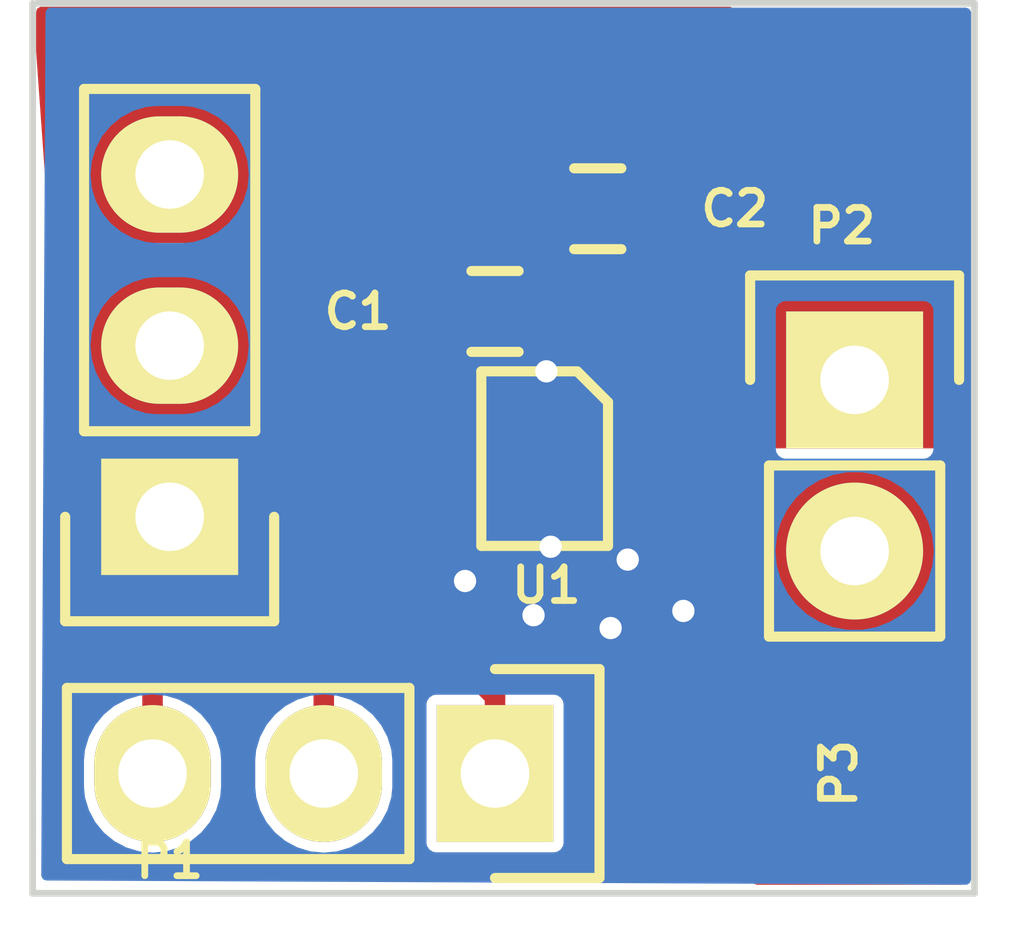
<source format=kicad_pcb>
(kicad_pcb (version 20221018) (generator pcbnew)
  (layers (0 "F.Cu" signal) (31 "B.Cu" signal) (34 "B.Paste" user) (35 "F.Paste" user) (36 "B.SilkS" user "B.Silkscreen") (37 "F.SilkS" user "F.Silkscreen") (38 "B.Mask" user) (39 "F.Mask" user) (44 "Edge.Cuts" user))
  (net 0 "")
  (net 1 "GND")
  (net 2 "/VM")
  (net 3 "/nSleep")
  (net 4 "/IN2")
  (net 5 "/IN1")
  (net 6 "/VIN")
  (net 7 "/OUT1")
  (net 8 "/OUT2")
  (footprint "Pin_Headers:Pin_Header_Straight_1x02" (layer "F.Cu") (at 141.986 105.41)
    (fp_text reference "P2" (at -0.1905 -2.286) (layer "F.SilkS") (effects (font (size 0.5 0.5) (thickness 0.1))))
    (fp_text value "CONN_01X02")
    (fp_line (start -1.55 -1.55) (end 1.55 -1.55) (stroke (width 0.15)) (layer "F.SilkS"))
    (fp_line (start -1.55 0) (end -1.55 -1.55) (stroke (width 0.15)) (layer "F.SilkS"))
    (fp_line (start -1.27 1.27) (end -1.27 3.81) (stroke (width 0.15)) (layer "F.SilkS"))
    (fp_line (start -1.27 3.81) (end 1.27 3.81) (stroke (width 0.15)) (layer "F.SilkS"))
    (fp_line (start 1.27 1.27) (end -1.27 1.27) (stroke (width 0.15)) (layer "F.SilkS"))
    (fp_line (start 1.27 1.27) (end 1.27 3.81) (stroke (width 0.15)) (layer "F.SilkS"))
    (fp_line (start 1.55 -1.55) (end 1.55 0) (stroke (width 0.15)) (layer "F.SilkS"))
    (pad "1" thru_hole rect (at 0 0) (size 2.032 2.032) (drill 1.016) (layers "*.Cu" "*.Mask" "F.SilkS") (net 7 "/OUT1"))
    (pad "2" thru_hole oval (at 0 2.54) (size 2.032 2.032) (drill 1.016) (layers "*.Cu" "*.Mask" "F.SilkS") (net 8 "/OUT2"))
  )
  (footprint "GoGoGo:PWSON-N8" (layer "F.Cu") (at 137.414 106.553 -90)
    (fp_text reference "U1" (at 1.905 0 180) (layer "F.SilkS") (effects (font (size 0.5 0.5) (thickness 0.1))))
    (fp_text value "DRV8837DSGR" hide)
    (fp_line (start -1.27 -0.4572) (end -1.27 0.9652) (stroke (width 0.15)) (layer "F.SilkS"))
    (fp_line (start -1.27 -0.4572) (end -0.8128 -0.9144) (stroke (width 0.15)) (layer "F.SilkS"))
    (fp_line (start -0.8128 -0.9144) (end 1.3208 -0.9144) (stroke (width 0.15)) (layer "F.SilkS"))
    (fp_line (start 1.3208 -0.9144) (end 1.3208 0.9652) (stroke (width 0.15)) (layer "F.SilkS"))
    (fp_line (start 1.3208 0.9652) (end -1.27 0.9652) (stroke (width 0.15)) (layer "F.SilkS"))
    (pad "1" smd rect (at -0.75 -0.95 270) (size 0.28 0.5) (layers "F.Cu" "F.Paste" "F.Mask") (net 2 "/VM"))
    (pad "2" smd rect (at -0.25 -0.95 270) (size 0.28 0.5) (layers "F.Cu" "F.Paste" "F.Mask") (net 7 "/OUT1"))
    (pad "3" smd rect (at 0.25 -0.95 270) (size 0.28 0.5) (layers "F.Cu" "F.Paste" "F.Mask") (net 8 "/OUT2"))
    (pad "4" smd rect (at 0 0 270) (size 1.6 0.9) (layers "F.Cu" "F.Paste" "F.Mask") (net 1 "GND"))
    (pad "4" smd rect (at 0.75 -0.95 270) (size 0.28 0.5) (layers "F.Cu" "F.Paste" "F.Mask") (net 1 "GND"))
    (pad "5" smd rect (at 0.75 0.95 270) (size 0.28 0.5) (layers "F.Cu" "F.Paste" "F.Mask") (net 4 "/IN2"))
    (pad "6" smd rect (at 0.25 0.95 270) (size 0.28 0.5) (layers "F.Cu" "F.Paste" "F.Mask") (net 5 "/IN1"))
    (pad "7" smd rect (at -0.25 0.95 270) (size 0.28 0.5) (layers "F.Cu" "F.Paste" "F.Mask") (net 3 "/nSleep"))
    (pad "8" smd rect (at -0.75 0.95 270) (size 0.28 0.5) (layers "F.Cu" "F.Paste" "F.Mask") (net 6 "/VIN"))
  )
  (footprint "Capacitors_SMD:C_0603" (layer "F.Cu") (at 136.652 104.394)
    (fp_text reference "C1" (at -2.032 0) (layer "F.SilkS") (effects (font (size 0.5 0.5) (thickness 0.1))))
    (fp_text value "C")
    (fp_line (start -0.35 -0.6) (end 0.35 -0.6) (stroke (width 0.15)) (layer "F.SilkS"))
    (fp_line (start 0.35 0.6) (end -0.35 0.6) (stroke (width 0.15)) (layer "F.SilkS"))
    (pad "1" smd rect (at -0.75 0) (size 0.8 0.75) (layers "F.Cu" "F.Paste" "F.Mask") (net 6 "/VIN"))
    (pad "2" smd rect (at 0.75 0) (size 0.8 0.75) (layers "F.Cu" "F.Paste" "F.Mask") (net 1 "GND"))
  )
  (footprint "Capacitors_SMD:C_0603" (layer "F.Cu") (at 138.176 102.87 180)
    (fp_text reference "C2" (at -2.032 0 180) (layer "F.SilkS") (effects (font (size 0.5 0.5) (thickness 0.1))))
    (fp_text value "C")
    (fp_line (start -0.35 -0.6) (end 0.35 -0.6) (stroke (width 0.15)) (layer "F.SilkS"))
    (fp_line (start 0.35 0.6) (end -0.35 0.6) (stroke (width 0.15)) (layer "F.SilkS"))
    (pad "1" smd rect (at -0.75 0 180) (size 0.8 0.75) (layers "F.Cu" "F.Paste" "F.Mask") (net 2 "/VM"))
    (pad "2" smd rect (at 0.75 0 180) (size 0.8 0.75) (layers "F.Cu" "F.Paste" "F.Mask") (net 1 "GND"))
  )
  (footprint "Pin_Headers:Pin_Header_Straight_1x03" (layer "F.Cu") (at 131.826 107.442 180)
    (fp_text reference "P1" (at 0 -5.1 180) (layer "F.SilkS") (effects (font (size 0.5 0.5) (thickness 0.1))))
    (fp_text value "CONN_01X03")
    (fp_line (start -1.55 -1.55) (end 1.55 -1.55) (stroke (width 0.15)) (layer "F.SilkS"))
    (fp_line (start -1.55 0) (end -1.55 -1.55) (stroke (width 0.15)) (layer "F.SilkS"))
    (fp_line (start -1.27 1.27) (end -1.27 6.35) (stroke (width 0.15)) (layer "F.SilkS"))
    (fp_line (start -1.27 6.35) (end 1.27 6.35) (stroke (width 0.15)) (layer "F.SilkS"))
    (fp_line (start 1.27 1.27) (end -1.27 1.27) (stroke (width 0.15)) (layer "F.SilkS"))
    (fp_line (start 1.27 6.35) (end 1.27 1.27) (stroke (width 0.15)) (layer "F.SilkS"))
    (fp_line (start 1.55 -1.55) (end 1.55 0) (stroke (width 0.15)) (layer "F.SilkS"))
    (pad "1" thru_hole rect (at 0 0 180) (size 2.032 1.7272) (drill 1.016) (layers "*.Cu" "*.Mask" "F.SilkS") (net 1 "GND"))
    (pad "2" thru_hole oval (at 0 2.54 180) (size 2.032 1.7272) (drill 1.016) (layers "*.Cu" "*.Mask" "F.SilkS") (net 6 "/VIN"))
    (pad "3" thru_hole oval (at 0 5.08 180) (size 2.032 1.7272) (drill 1.016) (layers "*.Cu" "*.Mask" "F.SilkS") (net 2 "/VM"))
  )
  (footprint "Pin_Headers:Pin_Header_Straight_1x03" (layer "F.Cu") (at 136.652 111.252 -90)
    (fp_text reference "P3" (at 0 -5.1 270) (layer "F.SilkS") (effects (font (size 0.5 0.5) (thickness 0.1))))
    (fp_text value "CONN_01X03")
    (fp_line (start -1.55 -1.55) (end 1.55 -1.55) (stroke (width 0.15)) (layer "F.SilkS"))
    (fp_line (start -1.55 0) (end -1.55 -1.55) (stroke (width 0.15)) (layer "F.SilkS"))
    (fp_line (start -1.27 1.27) (end -1.27 6.35) (stroke (width 0.15)) (layer "F.SilkS"))
    (fp_line (start -1.27 6.35) (end 1.27 6.35) (stroke (width 0.15)) (layer "F.SilkS"))
    (fp_line (start 1.27 1.27) (end -1.27 1.27) (stroke (width 0.15)) (layer "F.SilkS"))
    (fp_line (start 1.27 6.35) (end 1.27 1.27) (stroke (width 0.15)) (layer "F.SilkS"))
    (fp_line (start 1.55 -1.55) (end 1.55 0) (stroke (width 0.15)) (layer "F.SilkS"))
    (pad "1" thru_hole rect (at 0 0 270) (size 2.032 1.7272) (drill 1.016) (layers "*.Cu" "*.Mask" "F.SilkS") (net 4 "/IN2"))
    (pad "2" thru_hole oval (at 0 2.54 270) (size 2.032 1.7272) (drill 1.016) (layers "*.Cu" "*.Mask" "F.SilkS") (net 5 "/IN1"))
    (pad "3" thru_hole oval (at 0 5.08 270) (size 2.032 1.7272) (drill 1.016) (layers "*.Cu" "*.Mask" "F.SilkS") (net 3 "/nSleep"))
  )
  (gr_line (start 143.764 113.03) (end 129.794 113.03) (stroke (width 0.1)) (layer "Edge.Cuts"))
  (gr_line (start 129.8575 99.822) (end 143.764 99.822) (stroke (width 0.1)) (layer "Edge.Cuts"))
  (gr_line (start 143.764 99.8855) (end 143.764 113.03) (stroke (width 0.1)) (layer "Edge.Cuts"))
  (gr_line (start 143.764 99.822) (end 143.764 99.8855) (stroke (width 0.1)) (layer "Edge.Cuts"))
  (gr_line (start 129.794 113.03) (end 129.794 99.822) (stroke (width 0.1)) (layer "Edge.Cuts"))
  (segment (start 137.148 105.017) (end 137.414 105.283) (width 0.1524) (layer "F.Cu") (net 1))
  (segment (start 137.4775 107.8865) (end 137.668 108.077) (width 0.1524) (layer "F.Cu") (net 1))
  (segment (start 137.668 108.077) (end 138.6205 108.077) (width 0.1524) (layer "F.Cu") (net 1))
  (segment (start 139.446 108.839) (end 139.192 109.093) (width 0.1524) (layer "F.Cu") (net 1))
  (segment (start 139.192 109.093) (end 138.3665 109.093) (width 0.1524) (layer "F.Cu") (net 1))
  (segment (start 137.2235 108.9025) (end 136.7155 108.3945) (width 0.1524) (layer "F.Cu") (net 1))
  (segment (start 136.7155 108.3945) (end 136.2075 108.3945) (width 0.1524) (layer "F.Cu") (net 1))
  (segment (start 137.148 104.394) (end 137.148 105.017) (width 0.1524) (layer "F.Cu") (net 1))
  (via (at 137.414 105.283) (size 0.6858) (drill 0.3302) (layers "F.Cu" "B.Cu") (net 1))
  (via (at 136.2075 108.3945) (size 0.6858) (drill 0.3302) (layers "F.Cu" "B.Cu") (net 1))
  (via (at 138.6205 108.077) (size 0.6858) (drill 0.3302) (layers "F.Cu" "B.Cu") (net 1))
  (via (at 138.3665 109.093) (size 0.6858) (drill 0.3302) (layers "F.Cu" "B.Cu") (net 1))
  (via (at 139.446 108.839) (size 0.6858) (drill 0.3302) (layers "F.Cu" "B.Cu") (net 1))
  (via (at 137.2235 108.9025) (size 0.6858) (drill 0.3302) (layers "F.Cu" "B.Cu") (net 1))
  (via (at 137.4775 107.8865) (size 0.6858) (drill 0.3302) (layers "F.Cu" "B.Cu") (net 1))
  (segment (start 137.414 105.283) (end 137.4775 105.3465) (width 0.1524) (layer "B.Cu") (net 1))
  (segment (start 137.4775 105.3465) (end 137.4775 107.8865) (width 0.1524) (layer "B.Cu") (net 1))
  (segment (start 138.6205 108.077) (end 139.3825 108.839) (width 0.1524) (layer "B.Cu") (net 1))
  (segment (start 139.3825 108.839) (end 139.446 108.839) (width 0.1524) (layer "B.Cu") (net 1))
  (segment (start 138.3665 109.093) (end 138.176 108.9025) (width 0.1524) (layer "B.Cu") (net 1))
  (segment (start 138.176 108.9025) (end 137.2235 108.9025) (width 0.1524) (layer "B.Cu") (net 1))
  (segment (start 131.572 109.7915) (end 132.2705 109.093) (width 0.3048) (layer "F.Cu") (net 3))
  (segment (start 132.2705 109.093) (end 132.6515 109.093) (width 0.3048) (layer "F.Cu") (net 3))
  (segment (start 132.6515 109.093) (end 133.9215 107.823) (width 0.3048) (layer "F.Cu") (net 3))
  (segment (start 133.9215 107.823) (end 133.9215 106.9975) (width 0.3048) (layer "F.Cu") (net 3))
  (segment (start 133.9215 106.9975) (end 134.616 106.303) (width 0.3048) (layer "F.Cu") (net 3))
  (segment (start 134.616 106.303) (end 136.464 106.303) (width 0.3048) (layer "F.Cu") (net 3))
  (segment (start 131.572 111.252) (end 131.572 109.7915) (width 0.3048) (layer "F.Cu") (net 3))
  (segment (start 136.652 110.109) (end 135.4455 108.9025) (width 0.3048) (layer "F.Cu") (net 4))
  (segment (start 135.4455 108.9025) (end 135.4455 107.6325) (width 0.3048) (layer "F.Cu") (net 4))
  (segment (start 135.4455 107.6325) (end 135.6995 107.3785) (width 0.3048) (layer "F.Cu") (net 4))
  (segment (start 135.6995 107.3785) (end 136.3885 107.3785) (width 0.3048) (layer "F.Cu") (net 4))
  (segment (start 136.3885 107.3785) (end 136.464 107.303) (width 0.3048) (layer "F.Cu") (net 4))
  (segment (start 136.652 111.252) (end 136.652 110.109) (width 0.3048) (layer "F.Cu") (net 4))
  (segment (start 135.132 106.803) (end 134.5565 107.3785) (width 0.3048) (layer "F.Cu") (net 5))
  (segment (start 134.5565 107.3785) (end 134.5565 108.585) (width 0.3048) (layer "F.Cu") (net 5))
  (segment (start 134.5565 108.585) (end 134.112 109.0295) (width 0.3048) (layer "F.Cu") (net 5))
  (segment (start 134.112 109.0295) (end 134.112 111.252) (width 0.3048) (layer "F.Cu") (net 5))
  (segment (start 136.464 106.803) (end 135.132 106.803) (width 0.3048) (layer "F.Cu") (net 5))
  (segment (start 131.826 104.902) (end 134.62 104.902) (width 0.6096) (layer "F.Cu") (net 6))
  (zone (net 2) (net_name "/VM") (layer "F.Cu") (connect_pads yes (clearance 0.254)) (min_thickness 0.1524) (fill yes (thermal_gap 0.254) (thermal_bridge_width 0.254))
    (polygon (pts (xy 138.176 105.918) (xy 138.176 101.6) (xy 133.858 101.6) (xy 133.858 103.378) (xy 130.048 103.378) (xy 129.794 99.822) (xy 140.208 99.822) (xy 140.208 103.886) (xy 138.938 105.918)))
  )
  (zone (net 6) (net_name "/VIN") (layer "F.Cu") (connect_pads yes (clearance 0.254)) (min_thickness 0.1524) (fill yes (thermal_gap 0.254) (thermal_bridge_width 0.254))
    (polygon (pts (xy 136.652 105.918) (xy 134.112 105.918) (xy 134.112 106.172) (xy 130.048 106.172) (xy 130.048 103.632) (xy 134.112 103.632) (xy 134.112 101.854) (xy 136.652 101.854)))
  )
  (zone (net 1) (net_name "GND") (layer "F.Cu") (connect_pads yes (clearance 0.254)) (min_thickness 0.127) (fill yes (thermal_gap 0.1524) (thermal_bridge_width 0.1524))
    (polygon (pts (xy 135.636 109.474) (xy 135.636 107.95) (xy 136.906 107.95) (xy 136.906 101.854) (xy 137.922 101.854) (xy 137.922 107.188) (xy 138.938 107.188) (xy 139.954 108.712) (xy 139.954 109.474)))
  )
  (zone (net 7) (net_name "/OUT1") (layer "F.Cu") (connect_pads yes (clearance 0.1524)) (min_thickness 0.1524) (fill yes (thermal_gap 0.254) (thermal_bridge_width 0.254))
    (polygon (pts (xy 143.637 106.426) (xy 138.176 106.426) (xy 138.176 106.172) (xy 139.192 106.172) (xy 140.462 104.14) (xy 140.462 100.203) (xy 143.51 100.203)))
  )
  (zone (net 8) (net_name "/OUT2") (layer "F.Cu") (connect_pads yes (clearance 0.1524)) (min_thickness 0.1524) (fill yes (thermal_gap 0.254) (thermal_bridge_width 0.254))
    (polygon (pts (xy 143.637 112.903) (xy 140.462 112.903) (xy 140.462 108.712) (xy 139.319 106.934) (xy 138.176 106.934) (xy 138.176 106.68) (xy 143.637 106.68)))
  )
  (zone (net 1) (net_name "GND") (layer "B.Cu") (connect_pads yes (clearance 0.1524)) (min_thickness 0.1524) (fill yes (thermal_gap 0.508) (thermal_bridge_width 0.508))
    (polygon (pts (xy 143.764 112.903) (xy 129.921 112.8395) (xy 129.9845 99.8855) (xy 143.764 99.8855)))
  )
)
</source>
